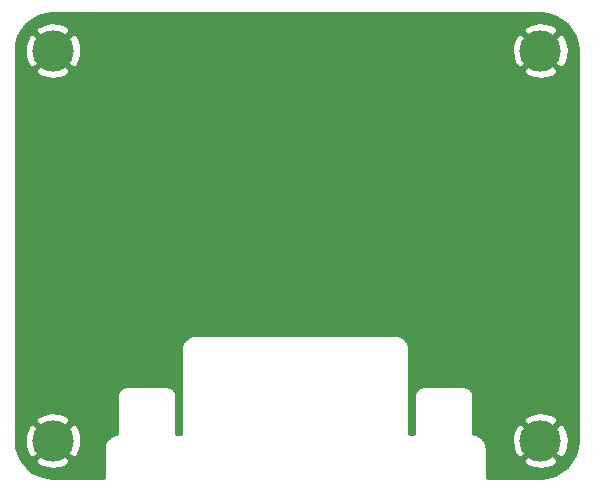
<source format=gbl>
%TF.GenerationSoftware,KiCad,Pcbnew,(5.1.8)-1*%
%TF.CreationDate,2021-01-26T14:35:43+01:00*%
%TF.ProjectId,D32 Joystick Adapter Faceplate A2,44333220-4a6f-4797-9374-69636b204164,rev?*%
%TF.SameCoordinates,Original*%
%TF.FileFunction,Copper,L2,Bot*%
%TF.FilePolarity,Positive*%
%FSLAX46Y46*%
G04 Gerber Fmt 4.6, Leading zero omitted, Abs format (unit mm)*
G04 Created by KiCad (PCBNEW (5.1.8)-1) date 2021-01-26 14:35:43*
%MOMM*%
%LPD*%
G01*
G04 APERTURE LIST*
%TA.AperFunction,ComponentPad*%
%ADD10C,3.500000*%
%TD*%
%TA.AperFunction,Conductor*%
%ADD11C,0.254000*%
%TD*%
%TA.AperFunction,Conductor*%
%ADD12C,0.100000*%
%TD*%
G04 APERTURE END LIST*
D10*
%TO.P,M1,1*%
%TO.N,Net-(M1-Pad1)*%
X102235000Y-108585000D03*
%TD*%
%TO.P,M2,1*%
%TO.N,Net-(M1-Pad1)*%
X143510000Y-108585000D03*
%TD*%
%TO.P,M3,1*%
%TO.N,Net-(M1-Pad1)*%
X143510000Y-75565000D03*
%TD*%
%TO.P,M4,1*%
%TO.N,Net-(M1-Pad1)*%
X102235000Y-75565000D03*
%TD*%
D11*
%TO.N,Net-(M1-Pad1)*%
X144121222Y-72478096D02*
X144709164Y-72655606D01*
X145251436Y-72943937D01*
X145727364Y-73332094D01*
X146118845Y-73805314D01*
X146410951Y-74345552D01*
X146592563Y-74932244D01*
X146660000Y-75573879D01*
X146660001Y-108552711D01*
X146596904Y-109196221D01*
X146419394Y-109784164D01*
X146131063Y-110326436D01*
X145742906Y-110802364D01*
X145269686Y-111193845D01*
X144729449Y-111485950D01*
X144142756Y-111667563D01*
X143501130Y-111735000D01*
X138970275Y-111735000D01*
X138963487Y-111734335D01*
X138963000Y-111729699D01*
X138963000Y-110254609D01*
X142019997Y-110254609D01*
X142206073Y-110595766D01*
X142623409Y-110811513D01*
X143074815Y-110941696D01*
X143542946Y-110981313D01*
X144009811Y-110928842D01*
X144457468Y-110786297D01*
X144813927Y-110595766D01*
X145000003Y-110254609D01*
X143510000Y-108764605D01*
X142019997Y-110254609D01*
X138963000Y-110254609D01*
X138963000Y-109251081D01*
X138960242Y-109223081D01*
X138960269Y-109219245D01*
X138959369Y-109210074D01*
X138946414Y-109086823D01*
X138934387Y-109028233D01*
X138923178Y-108969471D01*
X138920514Y-108960649D01*
X138883867Y-108842262D01*
X138860692Y-108787132D01*
X138838278Y-108731653D01*
X138833951Y-108723517D01*
X138776870Y-108617946D01*
X141113687Y-108617946D01*
X141166158Y-109084811D01*
X141308703Y-109532468D01*
X141499234Y-109888927D01*
X141840391Y-110075003D01*
X143330395Y-108585000D01*
X143689605Y-108585000D01*
X145179609Y-110075003D01*
X145520766Y-109888927D01*
X145736513Y-109471591D01*
X145866696Y-109020185D01*
X145906313Y-108552054D01*
X145853842Y-108085189D01*
X145711297Y-107637532D01*
X145520766Y-107281073D01*
X145179609Y-107094997D01*
X143689605Y-108585000D01*
X143330395Y-108585000D01*
X141840391Y-107094997D01*
X141499234Y-107281073D01*
X141283487Y-107698409D01*
X141153304Y-108149815D01*
X141113687Y-108617946D01*
X138776870Y-108617946D01*
X138775007Y-108614502D01*
X138741565Y-108564922D01*
X138708803Y-108514855D01*
X138702978Y-108507714D01*
X138623982Y-108412224D01*
X138581566Y-108370103D01*
X138539684Y-108327334D01*
X138532584Y-108321461D01*
X138436545Y-108243133D01*
X138386703Y-108210018D01*
X138337362Y-108176233D01*
X138329256Y-108171850D01*
X138219832Y-108113668D01*
X138164554Y-108090884D01*
X138109545Y-108067307D01*
X138100741Y-108064582D01*
X137982101Y-108028762D01*
X137923372Y-108017133D01*
X137864905Y-108004706D01*
X137855747Y-108003744D01*
X137855744Y-108003743D01*
X137855741Y-108003743D01*
X137820000Y-108000239D01*
X137820000Y-106915391D01*
X142019997Y-106915391D01*
X143510000Y-108405395D01*
X145000003Y-106915391D01*
X144813927Y-106574234D01*
X144396591Y-106358487D01*
X143945185Y-106228304D01*
X143477054Y-106188687D01*
X143010189Y-106241158D01*
X142562532Y-106383703D01*
X142206073Y-106574234D01*
X142019997Y-106915391D01*
X137820000Y-106915391D01*
X137820000Y-104742581D01*
X137817277Y-104714929D01*
X137817281Y-104714291D01*
X137816381Y-104705120D01*
X137815261Y-104694460D01*
X137810450Y-104645617D01*
X137799244Y-104608678D01*
X137790555Y-104563123D01*
X137787892Y-104554302D01*
X137780563Y-104530625D01*
X137757384Y-104475484D01*
X137734970Y-104420007D01*
X137730643Y-104411871D01*
X137718854Y-104390068D01*
X137685413Y-104340490D01*
X137652654Y-104290428D01*
X137646830Y-104283287D01*
X137631031Y-104264189D01*
X137588602Y-104222055D01*
X137546735Y-104179300D01*
X137539634Y-104173426D01*
X137520426Y-104157760D01*
X137470609Y-104124661D01*
X137421229Y-104090851D01*
X137413123Y-104086468D01*
X137391238Y-104074833D01*
X137335960Y-104052050D01*
X137280963Y-104028478D01*
X137272159Y-104025753D01*
X137248431Y-104018589D01*
X137200360Y-104009070D01*
X137162383Y-103997550D01*
X137123683Y-103993738D01*
X137122080Y-103993570D01*
X137122075Y-103993569D01*
X137122070Y-103993569D01*
X137097412Y-103991151D01*
X137065419Y-103988000D01*
X133571581Y-103988000D01*
X133543929Y-103990723D01*
X133543291Y-103990719D01*
X133534120Y-103991619D01*
X133523460Y-103992739D01*
X133474617Y-103997550D01*
X133437678Y-104008756D01*
X133392123Y-104017445D01*
X133383302Y-104020108D01*
X133359625Y-104027437D01*
X133304484Y-104050616D01*
X133249007Y-104073030D01*
X133240871Y-104077357D01*
X133219068Y-104089146D01*
X133169490Y-104122587D01*
X133119428Y-104155346D01*
X133112287Y-104161170D01*
X133093189Y-104176969D01*
X133051055Y-104219398D01*
X133008300Y-104261265D01*
X133002426Y-104268366D01*
X132986760Y-104287574D01*
X132953661Y-104337391D01*
X132919851Y-104386771D01*
X132915468Y-104394877D01*
X132903833Y-104416762D01*
X132881050Y-104472040D01*
X132857478Y-104527037D01*
X132854753Y-104535841D01*
X132847589Y-104559569D01*
X132838068Y-104607650D01*
X132826551Y-104645617D01*
X132822754Y-104684165D01*
X132822570Y-104685920D01*
X132822569Y-104685925D01*
X132822569Y-104685930D01*
X132820151Y-104710588D01*
X132820151Y-104710598D01*
X132817001Y-104742581D01*
X132817000Y-107988500D01*
X132429775Y-107988500D01*
X132422987Y-107987835D01*
X132422500Y-107983199D01*
X132422500Y-100869081D01*
X132419742Y-100841081D01*
X132419769Y-100837245D01*
X132418869Y-100828074D01*
X132405914Y-100704823D01*
X132393887Y-100646233D01*
X132382678Y-100587471D01*
X132380014Y-100578649D01*
X132343367Y-100460262D01*
X132320192Y-100405132D01*
X132297778Y-100349653D01*
X132293451Y-100341517D01*
X132234507Y-100232502D01*
X132201065Y-100182922D01*
X132168303Y-100132855D01*
X132162478Y-100125714D01*
X132083482Y-100030224D01*
X132041066Y-99988103D01*
X131999184Y-99945334D01*
X131992084Y-99939461D01*
X131896045Y-99861133D01*
X131846203Y-99828018D01*
X131796862Y-99794233D01*
X131788756Y-99789850D01*
X131679332Y-99731668D01*
X131624054Y-99708884D01*
X131569045Y-99685307D01*
X131560241Y-99682582D01*
X131441601Y-99646762D01*
X131382872Y-99635133D01*
X131324405Y-99622706D01*
X131315247Y-99621744D01*
X131315244Y-99621743D01*
X131315241Y-99621743D01*
X131191902Y-99609650D01*
X131159919Y-99606500D01*
X114331081Y-99606500D01*
X114303081Y-99609258D01*
X114299245Y-99609231D01*
X114290074Y-99610131D01*
X114166823Y-99623086D01*
X114108233Y-99635113D01*
X114049471Y-99646322D01*
X114040649Y-99648986D01*
X113922262Y-99685633D01*
X113867132Y-99708808D01*
X113811653Y-99731222D01*
X113803517Y-99735549D01*
X113694502Y-99794493D01*
X113644922Y-99827935D01*
X113594855Y-99860697D01*
X113587714Y-99866522D01*
X113492224Y-99945518D01*
X113450103Y-99987934D01*
X113407334Y-100029816D01*
X113401461Y-100036916D01*
X113323133Y-100132955D01*
X113290018Y-100182797D01*
X113256233Y-100232138D01*
X113251850Y-100240244D01*
X113193668Y-100349668D01*
X113170884Y-100404946D01*
X113147307Y-100459955D01*
X113144582Y-100468759D01*
X113108762Y-100587399D01*
X113097141Y-100646092D01*
X113084706Y-100704595D01*
X113083744Y-100713753D01*
X113083744Y-100713754D01*
X113083743Y-100713759D01*
X113071650Y-100837098D01*
X113068500Y-100869082D01*
X113068501Y-107981215D01*
X113067835Y-107988013D01*
X113063199Y-107988500D01*
X112674000Y-107988500D01*
X112674000Y-104742581D01*
X112671277Y-104714929D01*
X112671281Y-104714291D01*
X112670381Y-104705120D01*
X112669261Y-104694460D01*
X112664450Y-104645617D01*
X112653244Y-104608678D01*
X112644555Y-104563123D01*
X112641892Y-104554302D01*
X112634563Y-104530625D01*
X112611384Y-104475484D01*
X112588970Y-104420007D01*
X112584643Y-104411871D01*
X112572854Y-104390068D01*
X112539413Y-104340490D01*
X112506654Y-104290428D01*
X112500830Y-104283287D01*
X112485031Y-104264189D01*
X112442602Y-104222055D01*
X112400735Y-104179300D01*
X112393634Y-104173426D01*
X112374426Y-104157760D01*
X112324609Y-104124661D01*
X112275229Y-104090851D01*
X112267123Y-104086468D01*
X112245238Y-104074833D01*
X112189960Y-104052050D01*
X112134963Y-104028478D01*
X112126159Y-104025753D01*
X112102431Y-104018589D01*
X112054360Y-104009070D01*
X112016383Y-103997550D01*
X111977683Y-103993738D01*
X111976080Y-103993570D01*
X111976075Y-103993569D01*
X111976070Y-103993569D01*
X111951412Y-103991151D01*
X111919419Y-103988000D01*
X108425581Y-103988000D01*
X108397929Y-103990723D01*
X108397291Y-103990719D01*
X108388120Y-103991619D01*
X108377460Y-103992739D01*
X108328617Y-103997550D01*
X108291678Y-104008756D01*
X108246123Y-104017445D01*
X108237302Y-104020108D01*
X108213625Y-104027437D01*
X108158484Y-104050616D01*
X108103007Y-104073030D01*
X108094871Y-104077357D01*
X108073068Y-104089146D01*
X108023490Y-104122587D01*
X107973428Y-104155346D01*
X107966287Y-104161170D01*
X107947189Y-104176969D01*
X107905055Y-104219398D01*
X107862300Y-104261265D01*
X107856426Y-104268366D01*
X107840760Y-104287574D01*
X107807661Y-104337391D01*
X107773851Y-104386771D01*
X107769468Y-104394877D01*
X107757833Y-104416762D01*
X107735050Y-104472040D01*
X107711478Y-104527037D01*
X107708753Y-104535841D01*
X107701589Y-104559569D01*
X107692068Y-104607650D01*
X107680551Y-104645617D01*
X107676754Y-104684165D01*
X107676570Y-104685920D01*
X107676569Y-104685925D01*
X107676569Y-104685930D01*
X107674151Y-104710588D01*
X107674151Y-104710598D01*
X107671001Y-104742581D01*
X107671000Y-108000390D01*
X107626323Y-108005086D01*
X107567733Y-108017113D01*
X107508971Y-108028322D01*
X107500149Y-108030986D01*
X107381762Y-108067633D01*
X107326632Y-108090808D01*
X107271153Y-108113222D01*
X107263017Y-108117549D01*
X107154002Y-108176493D01*
X107104422Y-108209935D01*
X107054355Y-108242697D01*
X107047214Y-108248522D01*
X106951724Y-108327518D01*
X106909603Y-108369934D01*
X106866834Y-108411816D01*
X106860961Y-108418916D01*
X106782633Y-108514955D01*
X106749518Y-108564797D01*
X106715733Y-108614138D01*
X106711350Y-108622244D01*
X106653168Y-108731668D01*
X106630390Y-108786932D01*
X106606807Y-108841955D01*
X106604082Y-108850759D01*
X106568262Y-108969399D01*
X106556641Y-109028092D01*
X106544206Y-109086595D01*
X106543244Y-109095753D01*
X106543244Y-109095754D01*
X106543243Y-109095759D01*
X106531150Y-109219098D01*
X106528000Y-109251082D01*
X106528001Y-111727716D01*
X106527335Y-111734513D01*
X106522699Y-111735000D01*
X102267279Y-111735000D01*
X101623779Y-111671904D01*
X101035836Y-111494394D01*
X100493564Y-111206063D01*
X100017636Y-110817906D01*
X99626155Y-110344686D01*
X99577451Y-110254609D01*
X100744997Y-110254609D01*
X100931073Y-110595766D01*
X101348409Y-110811513D01*
X101799815Y-110941696D01*
X102267946Y-110981313D01*
X102734811Y-110928842D01*
X103182468Y-110786297D01*
X103538927Y-110595766D01*
X103725003Y-110254609D01*
X102235000Y-108764605D01*
X100744997Y-110254609D01*
X99577451Y-110254609D01*
X99334050Y-109804449D01*
X99152437Y-109217756D01*
X99089395Y-108617946D01*
X99838687Y-108617946D01*
X99891158Y-109084811D01*
X100033703Y-109532468D01*
X100224234Y-109888927D01*
X100565391Y-110075003D01*
X102055395Y-108585000D01*
X102414605Y-108585000D01*
X103904609Y-110075003D01*
X104245766Y-109888927D01*
X104461513Y-109471591D01*
X104591696Y-109020185D01*
X104631313Y-108552054D01*
X104578842Y-108085189D01*
X104436297Y-107637532D01*
X104245766Y-107281073D01*
X103904609Y-107094997D01*
X102414605Y-108585000D01*
X102055395Y-108585000D01*
X100565391Y-107094997D01*
X100224234Y-107281073D01*
X100008487Y-107698409D01*
X99878304Y-108149815D01*
X99838687Y-108617946D01*
X99089395Y-108617946D01*
X99085000Y-108576130D01*
X99085000Y-106915391D01*
X100744997Y-106915391D01*
X102235000Y-108405395D01*
X103725003Y-106915391D01*
X103538927Y-106574234D01*
X103121591Y-106358487D01*
X102670185Y-106228304D01*
X102202054Y-106188687D01*
X101735189Y-106241158D01*
X101287532Y-106383703D01*
X100931073Y-106574234D01*
X100744997Y-106915391D01*
X99085000Y-106915391D01*
X99085000Y-77234609D01*
X100744997Y-77234609D01*
X100931073Y-77575766D01*
X101348409Y-77791513D01*
X101799815Y-77921696D01*
X102267946Y-77961313D01*
X102734811Y-77908842D01*
X103182468Y-77766297D01*
X103538927Y-77575766D01*
X103725003Y-77234609D01*
X142019997Y-77234609D01*
X142206073Y-77575766D01*
X142623409Y-77791513D01*
X143074815Y-77921696D01*
X143542946Y-77961313D01*
X144009811Y-77908842D01*
X144457468Y-77766297D01*
X144813927Y-77575766D01*
X145000003Y-77234609D01*
X143510000Y-75744605D01*
X142019997Y-77234609D01*
X103725003Y-77234609D01*
X102235000Y-75744605D01*
X100744997Y-77234609D01*
X99085000Y-77234609D01*
X99085000Y-75597946D01*
X99838687Y-75597946D01*
X99891158Y-76064811D01*
X100033703Y-76512468D01*
X100224234Y-76868927D01*
X100565391Y-77055003D01*
X102055395Y-75565000D01*
X102414605Y-75565000D01*
X103904609Y-77055003D01*
X104245766Y-76868927D01*
X104461513Y-76451591D01*
X104591696Y-76000185D01*
X104625736Y-75597946D01*
X141113687Y-75597946D01*
X141166158Y-76064811D01*
X141308703Y-76512468D01*
X141499234Y-76868927D01*
X141840391Y-77055003D01*
X143330395Y-75565000D01*
X143689605Y-75565000D01*
X145179609Y-77055003D01*
X145520766Y-76868927D01*
X145736513Y-76451591D01*
X145866696Y-76000185D01*
X145906313Y-75532054D01*
X145853842Y-75065189D01*
X145711297Y-74617532D01*
X145520766Y-74261073D01*
X145179609Y-74074997D01*
X143689605Y-75565000D01*
X143330395Y-75565000D01*
X141840391Y-74074997D01*
X141499234Y-74261073D01*
X141283487Y-74678409D01*
X141153304Y-75129815D01*
X141113687Y-75597946D01*
X104625736Y-75597946D01*
X104631313Y-75532054D01*
X104578842Y-75065189D01*
X104436297Y-74617532D01*
X104245766Y-74261073D01*
X103904609Y-74074997D01*
X102414605Y-75565000D01*
X102055395Y-75565000D01*
X100565391Y-74074997D01*
X100224234Y-74261073D01*
X100008487Y-74678409D01*
X99878304Y-75129815D01*
X99838687Y-75597946D01*
X99085000Y-75597946D01*
X99085000Y-75597279D01*
X99148096Y-74953778D01*
X99325606Y-74365836D01*
X99575745Y-73895391D01*
X100744997Y-73895391D01*
X102235000Y-75385395D01*
X103725003Y-73895391D01*
X142019997Y-73895391D01*
X143510000Y-75385395D01*
X145000003Y-73895391D01*
X144813927Y-73554234D01*
X144396591Y-73338487D01*
X143945185Y-73208304D01*
X143477054Y-73168687D01*
X143010189Y-73221158D01*
X142562532Y-73363703D01*
X142206073Y-73554234D01*
X142019997Y-73895391D01*
X103725003Y-73895391D01*
X103538927Y-73554234D01*
X103121591Y-73338487D01*
X102670185Y-73208304D01*
X102202054Y-73168687D01*
X101735189Y-73221158D01*
X101287532Y-73363703D01*
X100931073Y-73554234D01*
X100744997Y-73895391D01*
X99575745Y-73895391D01*
X99613937Y-73823564D01*
X100002094Y-73347636D01*
X100475314Y-72956155D01*
X101015552Y-72664049D01*
X101602244Y-72482437D01*
X102243879Y-72415000D01*
X143477721Y-72415000D01*
X144121222Y-72478096D01*
%TA.AperFunction,Conductor*%
D12*
G36*
X144121222Y-72478096D02*
G01*
X144709164Y-72655606D01*
X145251436Y-72943937D01*
X145727364Y-73332094D01*
X146118845Y-73805314D01*
X146410951Y-74345552D01*
X146592563Y-74932244D01*
X146660000Y-75573879D01*
X146660001Y-108552711D01*
X146596904Y-109196221D01*
X146419394Y-109784164D01*
X146131063Y-110326436D01*
X145742906Y-110802364D01*
X145269686Y-111193845D01*
X144729449Y-111485950D01*
X144142756Y-111667563D01*
X143501130Y-111735000D01*
X138970275Y-111735000D01*
X138963487Y-111734335D01*
X138963000Y-111729699D01*
X138963000Y-110254609D01*
X142019997Y-110254609D01*
X142206073Y-110595766D01*
X142623409Y-110811513D01*
X143074815Y-110941696D01*
X143542946Y-110981313D01*
X144009811Y-110928842D01*
X144457468Y-110786297D01*
X144813927Y-110595766D01*
X145000003Y-110254609D01*
X143510000Y-108764605D01*
X142019997Y-110254609D01*
X138963000Y-110254609D01*
X138963000Y-109251081D01*
X138960242Y-109223081D01*
X138960269Y-109219245D01*
X138959369Y-109210074D01*
X138946414Y-109086823D01*
X138934387Y-109028233D01*
X138923178Y-108969471D01*
X138920514Y-108960649D01*
X138883867Y-108842262D01*
X138860692Y-108787132D01*
X138838278Y-108731653D01*
X138833951Y-108723517D01*
X138776870Y-108617946D01*
X141113687Y-108617946D01*
X141166158Y-109084811D01*
X141308703Y-109532468D01*
X141499234Y-109888927D01*
X141840391Y-110075003D01*
X143330395Y-108585000D01*
X143689605Y-108585000D01*
X145179609Y-110075003D01*
X145520766Y-109888927D01*
X145736513Y-109471591D01*
X145866696Y-109020185D01*
X145906313Y-108552054D01*
X145853842Y-108085189D01*
X145711297Y-107637532D01*
X145520766Y-107281073D01*
X145179609Y-107094997D01*
X143689605Y-108585000D01*
X143330395Y-108585000D01*
X141840391Y-107094997D01*
X141499234Y-107281073D01*
X141283487Y-107698409D01*
X141153304Y-108149815D01*
X141113687Y-108617946D01*
X138776870Y-108617946D01*
X138775007Y-108614502D01*
X138741565Y-108564922D01*
X138708803Y-108514855D01*
X138702978Y-108507714D01*
X138623982Y-108412224D01*
X138581566Y-108370103D01*
X138539684Y-108327334D01*
X138532584Y-108321461D01*
X138436545Y-108243133D01*
X138386703Y-108210018D01*
X138337362Y-108176233D01*
X138329256Y-108171850D01*
X138219832Y-108113668D01*
X138164554Y-108090884D01*
X138109545Y-108067307D01*
X138100741Y-108064582D01*
X137982101Y-108028762D01*
X137923372Y-108017133D01*
X137864905Y-108004706D01*
X137855747Y-108003744D01*
X137855744Y-108003743D01*
X137855741Y-108003743D01*
X137820000Y-108000239D01*
X137820000Y-106915391D01*
X142019997Y-106915391D01*
X143510000Y-108405395D01*
X145000003Y-106915391D01*
X144813927Y-106574234D01*
X144396591Y-106358487D01*
X143945185Y-106228304D01*
X143477054Y-106188687D01*
X143010189Y-106241158D01*
X142562532Y-106383703D01*
X142206073Y-106574234D01*
X142019997Y-106915391D01*
X137820000Y-106915391D01*
X137820000Y-104742581D01*
X137817277Y-104714929D01*
X137817281Y-104714291D01*
X137816381Y-104705120D01*
X137815261Y-104694460D01*
X137810450Y-104645617D01*
X137799244Y-104608678D01*
X137790555Y-104563123D01*
X137787892Y-104554302D01*
X137780563Y-104530625D01*
X137757384Y-104475484D01*
X137734970Y-104420007D01*
X137730643Y-104411871D01*
X137718854Y-104390068D01*
X137685413Y-104340490D01*
X137652654Y-104290428D01*
X137646830Y-104283287D01*
X137631031Y-104264189D01*
X137588602Y-104222055D01*
X137546735Y-104179300D01*
X137539634Y-104173426D01*
X137520426Y-104157760D01*
X137470609Y-104124661D01*
X137421229Y-104090851D01*
X137413123Y-104086468D01*
X137391238Y-104074833D01*
X137335960Y-104052050D01*
X137280963Y-104028478D01*
X137272159Y-104025753D01*
X137248431Y-104018589D01*
X137200360Y-104009070D01*
X137162383Y-103997550D01*
X137123683Y-103993738D01*
X137122080Y-103993570D01*
X137122075Y-103993569D01*
X137122070Y-103993569D01*
X137097412Y-103991151D01*
X137065419Y-103988000D01*
X133571581Y-103988000D01*
X133543929Y-103990723D01*
X133543291Y-103990719D01*
X133534120Y-103991619D01*
X133523460Y-103992739D01*
X133474617Y-103997550D01*
X133437678Y-104008756D01*
X133392123Y-104017445D01*
X133383302Y-104020108D01*
X133359625Y-104027437D01*
X133304484Y-104050616D01*
X133249007Y-104073030D01*
X133240871Y-104077357D01*
X133219068Y-104089146D01*
X133169490Y-104122587D01*
X133119428Y-104155346D01*
X133112287Y-104161170D01*
X133093189Y-104176969D01*
X133051055Y-104219398D01*
X133008300Y-104261265D01*
X133002426Y-104268366D01*
X132986760Y-104287574D01*
X132953661Y-104337391D01*
X132919851Y-104386771D01*
X132915468Y-104394877D01*
X132903833Y-104416762D01*
X132881050Y-104472040D01*
X132857478Y-104527037D01*
X132854753Y-104535841D01*
X132847589Y-104559569D01*
X132838068Y-104607650D01*
X132826551Y-104645617D01*
X132822754Y-104684165D01*
X132822570Y-104685920D01*
X132822569Y-104685925D01*
X132822569Y-104685930D01*
X132820151Y-104710588D01*
X132820151Y-104710598D01*
X132817001Y-104742581D01*
X132817000Y-107988500D01*
X132429775Y-107988500D01*
X132422987Y-107987835D01*
X132422500Y-107983199D01*
X132422500Y-100869081D01*
X132419742Y-100841081D01*
X132419769Y-100837245D01*
X132418869Y-100828074D01*
X132405914Y-100704823D01*
X132393887Y-100646233D01*
X132382678Y-100587471D01*
X132380014Y-100578649D01*
X132343367Y-100460262D01*
X132320192Y-100405132D01*
X132297778Y-100349653D01*
X132293451Y-100341517D01*
X132234507Y-100232502D01*
X132201065Y-100182922D01*
X132168303Y-100132855D01*
X132162478Y-100125714D01*
X132083482Y-100030224D01*
X132041066Y-99988103D01*
X131999184Y-99945334D01*
X131992084Y-99939461D01*
X131896045Y-99861133D01*
X131846203Y-99828018D01*
X131796862Y-99794233D01*
X131788756Y-99789850D01*
X131679332Y-99731668D01*
X131624054Y-99708884D01*
X131569045Y-99685307D01*
X131560241Y-99682582D01*
X131441601Y-99646762D01*
X131382872Y-99635133D01*
X131324405Y-99622706D01*
X131315247Y-99621744D01*
X131315244Y-99621743D01*
X131315241Y-99621743D01*
X131191902Y-99609650D01*
X131159919Y-99606500D01*
X114331081Y-99606500D01*
X114303081Y-99609258D01*
X114299245Y-99609231D01*
X114290074Y-99610131D01*
X114166823Y-99623086D01*
X114108233Y-99635113D01*
X114049471Y-99646322D01*
X114040649Y-99648986D01*
X113922262Y-99685633D01*
X113867132Y-99708808D01*
X113811653Y-99731222D01*
X113803517Y-99735549D01*
X113694502Y-99794493D01*
X113644922Y-99827935D01*
X113594855Y-99860697D01*
X113587714Y-99866522D01*
X113492224Y-99945518D01*
X113450103Y-99987934D01*
X113407334Y-100029816D01*
X113401461Y-100036916D01*
X113323133Y-100132955D01*
X113290018Y-100182797D01*
X113256233Y-100232138D01*
X113251850Y-100240244D01*
X113193668Y-100349668D01*
X113170884Y-100404946D01*
X113147307Y-100459955D01*
X113144582Y-100468759D01*
X113108762Y-100587399D01*
X113097141Y-100646092D01*
X113084706Y-100704595D01*
X113083744Y-100713753D01*
X113083744Y-100713754D01*
X113083743Y-100713759D01*
X113071650Y-100837098D01*
X113068500Y-100869082D01*
X113068501Y-107981215D01*
X113067835Y-107988013D01*
X113063199Y-107988500D01*
X112674000Y-107988500D01*
X112674000Y-104742581D01*
X112671277Y-104714929D01*
X112671281Y-104714291D01*
X112670381Y-104705120D01*
X112669261Y-104694460D01*
X112664450Y-104645617D01*
X112653244Y-104608678D01*
X112644555Y-104563123D01*
X112641892Y-104554302D01*
X112634563Y-104530625D01*
X112611384Y-104475484D01*
X112588970Y-104420007D01*
X112584643Y-104411871D01*
X112572854Y-104390068D01*
X112539413Y-104340490D01*
X112506654Y-104290428D01*
X112500830Y-104283287D01*
X112485031Y-104264189D01*
X112442602Y-104222055D01*
X112400735Y-104179300D01*
X112393634Y-104173426D01*
X112374426Y-104157760D01*
X112324609Y-104124661D01*
X112275229Y-104090851D01*
X112267123Y-104086468D01*
X112245238Y-104074833D01*
X112189960Y-104052050D01*
X112134963Y-104028478D01*
X112126159Y-104025753D01*
X112102431Y-104018589D01*
X112054360Y-104009070D01*
X112016383Y-103997550D01*
X111977683Y-103993738D01*
X111976080Y-103993570D01*
X111976075Y-103993569D01*
X111976070Y-103993569D01*
X111951412Y-103991151D01*
X111919419Y-103988000D01*
X108425581Y-103988000D01*
X108397929Y-103990723D01*
X108397291Y-103990719D01*
X108388120Y-103991619D01*
X108377460Y-103992739D01*
X108328617Y-103997550D01*
X108291678Y-104008756D01*
X108246123Y-104017445D01*
X108237302Y-104020108D01*
X108213625Y-104027437D01*
X108158484Y-104050616D01*
X108103007Y-104073030D01*
X108094871Y-104077357D01*
X108073068Y-104089146D01*
X108023490Y-104122587D01*
X107973428Y-104155346D01*
X107966287Y-104161170D01*
X107947189Y-104176969D01*
X107905055Y-104219398D01*
X107862300Y-104261265D01*
X107856426Y-104268366D01*
X107840760Y-104287574D01*
X107807661Y-104337391D01*
X107773851Y-104386771D01*
X107769468Y-104394877D01*
X107757833Y-104416762D01*
X107735050Y-104472040D01*
X107711478Y-104527037D01*
X107708753Y-104535841D01*
X107701589Y-104559569D01*
X107692068Y-104607650D01*
X107680551Y-104645617D01*
X107676754Y-104684165D01*
X107676570Y-104685920D01*
X107676569Y-104685925D01*
X107676569Y-104685930D01*
X107674151Y-104710588D01*
X107674151Y-104710598D01*
X107671001Y-104742581D01*
X107671000Y-108000390D01*
X107626323Y-108005086D01*
X107567733Y-108017113D01*
X107508971Y-108028322D01*
X107500149Y-108030986D01*
X107381762Y-108067633D01*
X107326632Y-108090808D01*
X107271153Y-108113222D01*
X107263017Y-108117549D01*
X107154002Y-108176493D01*
X107104422Y-108209935D01*
X107054355Y-108242697D01*
X107047214Y-108248522D01*
X106951724Y-108327518D01*
X106909603Y-108369934D01*
X106866834Y-108411816D01*
X106860961Y-108418916D01*
X106782633Y-108514955D01*
X106749518Y-108564797D01*
X106715733Y-108614138D01*
X106711350Y-108622244D01*
X106653168Y-108731668D01*
X106630390Y-108786932D01*
X106606807Y-108841955D01*
X106604082Y-108850759D01*
X106568262Y-108969399D01*
X106556641Y-109028092D01*
X106544206Y-109086595D01*
X106543244Y-109095753D01*
X106543244Y-109095754D01*
X106543243Y-109095759D01*
X106531150Y-109219098D01*
X106528000Y-109251082D01*
X106528001Y-111727716D01*
X106527335Y-111734513D01*
X106522699Y-111735000D01*
X102267279Y-111735000D01*
X101623779Y-111671904D01*
X101035836Y-111494394D01*
X100493564Y-111206063D01*
X100017636Y-110817906D01*
X99626155Y-110344686D01*
X99577451Y-110254609D01*
X100744997Y-110254609D01*
X100931073Y-110595766D01*
X101348409Y-110811513D01*
X101799815Y-110941696D01*
X102267946Y-110981313D01*
X102734811Y-110928842D01*
X103182468Y-110786297D01*
X103538927Y-110595766D01*
X103725003Y-110254609D01*
X102235000Y-108764605D01*
X100744997Y-110254609D01*
X99577451Y-110254609D01*
X99334050Y-109804449D01*
X99152437Y-109217756D01*
X99089395Y-108617946D01*
X99838687Y-108617946D01*
X99891158Y-109084811D01*
X100033703Y-109532468D01*
X100224234Y-109888927D01*
X100565391Y-110075003D01*
X102055395Y-108585000D01*
X102414605Y-108585000D01*
X103904609Y-110075003D01*
X104245766Y-109888927D01*
X104461513Y-109471591D01*
X104591696Y-109020185D01*
X104631313Y-108552054D01*
X104578842Y-108085189D01*
X104436297Y-107637532D01*
X104245766Y-107281073D01*
X103904609Y-107094997D01*
X102414605Y-108585000D01*
X102055395Y-108585000D01*
X100565391Y-107094997D01*
X100224234Y-107281073D01*
X100008487Y-107698409D01*
X99878304Y-108149815D01*
X99838687Y-108617946D01*
X99089395Y-108617946D01*
X99085000Y-108576130D01*
X99085000Y-106915391D01*
X100744997Y-106915391D01*
X102235000Y-108405395D01*
X103725003Y-106915391D01*
X103538927Y-106574234D01*
X103121591Y-106358487D01*
X102670185Y-106228304D01*
X102202054Y-106188687D01*
X101735189Y-106241158D01*
X101287532Y-106383703D01*
X100931073Y-106574234D01*
X100744997Y-106915391D01*
X99085000Y-106915391D01*
X99085000Y-77234609D01*
X100744997Y-77234609D01*
X100931073Y-77575766D01*
X101348409Y-77791513D01*
X101799815Y-77921696D01*
X102267946Y-77961313D01*
X102734811Y-77908842D01*
X103182468Y-77766297D01*
X103538927Y-77575766D01*
X103725003Y-77234609D01*
X142019997Y-77234609D01*
X142206073Y-77575766D01*
X142623409Y-77791513D01*
X143074815Y-77921696D01*
X143542946Y-77961313D01*
X144009811Y-77908842D01*
X144457468Y-77766297D01*
X144813927Y-77575766D01*
X145000003Y-77234609D01*
X143510000Y-75744605D01*
X142019997Y-77234609D01*
X103725003Y-77234609D01*
X102235000Y-75744605D01*
X100744997Y-77234609D01*
X99085000Y-77234609D01*
X99085000Y-75597946D01*
X99838687Y-75597946D01*
X99891158Y-76064811D01*
X100033703Y-76512468D01*
X100224234Y-76868927D01*
X100565391Y-77055003D01*
X102055395Y-75565000D01*
X102414605Y-75565000D01*
X103904609Y-77055003D01*
X104245766Y-76868927D01*
X104461513Y-76451591D01*
X104591696Y-76000185D01*
X104625736Y-75597946D01*
X141113687Y-75597946D01*
X141166158Y-76064811D01*
X141308703Y-76512468D01*
X141499234Y-76868927D01*
X141840391Y-77055003D01*
X143330395Y-75565000D01*
X143689605Y-75565000D01*
X145179609Y-77055003D01*
X145520766Y-76868927D01*
X145736513Y-76451591D01*
X145866696Y-76000185D01*
X145906313Y-75532054D01*
X145853842Y-75065189D01*
X145711297Y-74617532D01*
X145520766Y-74261073D01*
X145179609Y-74074997D01*
X143689605Y-75565000D01*
X143330395Y-75565000D01*
X141840391Y-74074997D01*
X141499234Y-74261073D01*
X141283487Y-74678409D01*
X141153304Y-75129815D01*
X141113687Y-75597946D01*
X104625736Y-75597946D01*
X104631313Y-75532054D01*
X104578842Y-75065189D01*
X104436297Y-74617532D01*
X104245766Y-74261073D01*
X103904609Y-74074997D01*
X102414605Y-75565000D01*
X102055395Y-75565000D01*
X100565391Y-74074997D01*
X100224234Y-74261073D01*
X100008487Y-74678409D01*
X99878304Y-75129815D01*
X99838687Y-75597946D01*
X99085000Y-75597946D01*
X99085000Y-75597279D01*
X99148096Y-74953778D01*
X99325606Y-74365836D01*
X99575745Y-73895391D01*
X100744997Y-73895391D01*
X102235000Y-75385395D01*
X103725003Y-73895391D01*
X142019997Y-73895391D01*
X143510000Y-75385395D01*
X145000003Y-73895391D01*
X144813927Y-73554234D01*
X144396591Y-73338487D01*
X143945185Y-73208304D01*
X143477054Y-73168687D01*
X143010189Y-73221158D01*
X142562532Y-73363703D01*
X142206073Y-73554234D01*
X142019997Y-73895391D01*
X103725003Y-73895391D01*
X103538927Y-73554234D01*
X103121591Y-73338487D01*
X102670185Y-73208304D01*
X102202054Y-73168687D01*
X101735189Y-73221158D01*
X101287532Y-73363703D01*
X100931073Y-73554234D01*
X100744997Y-73895391D01*
X99575745Y-73895391D01*
X99613937Y-73823564D01*
X100002094Y-73347636D01*
X100475314Y-72956155D01*
X101015552Y-72664049D01*
X101602244Y-72482437D01*
X102243879Y-72415000D01*
X143477721Y-72415000D01*
X144121222Y-72478096D01*
G37*
%TD.AperFunction*%
%TD*%
M02*

</source>
